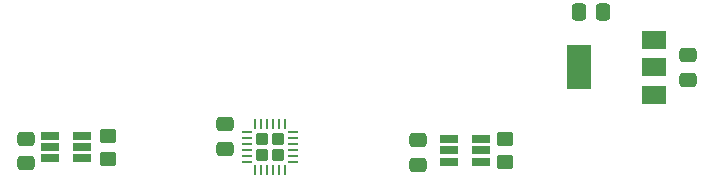
<source format=gtp>
G04 #@! TF.GenerationSoftware,KiCad,Pcbnew,6.0.9-8da3e8f707~116~ubuntu22.04.1*
G04 #@! TF.CreationDate,2022-11-08T11:47:18+01:00*
G04 #@! TF.ProjectId,PCB-lijnvolger,5043422d-6c69-46a6-9e76-6f6c6765722e,1.0*
G04 #@! TF.SameCoordinates,Original*
G04 #@! TF.FileFunction,Paste,Top*
G04 #@! TF.FilePolarity,Positive*
%FSLAX46Y46*%
G04 Gerber Fmt 4.6, Leading zero omitted, Abs format (unit mm)*
G04 Created by KiCad (PCBNEW 6.0.9-8da3e8f707~116~ubuntu22.04.1) date 2022-11-08 11:47:18*
%MOMM*%
%LPD*%
G01*
G04 APERTURE LIST*
G04 Aperture macros list*
%AMRoundRect*
0 Rectangle with rounded corners*
0 $1 Rounding radius*
0 $2 $3 $4 $5 $6 $7 $8 $9 X,Y pos of 4 corners*
0 Add a 4 corners polygon primitive as box body*
4,1,4,$2,$3,$4,$5,$6,$7,$8,$9,$2,$3,0*
0 Add four circle primitives for the rounded corners*
1,1,$1+$1,$2,$3*
1,1,$1+$1,$4,$5*
1,1,$1+$1,$6,$7*
1,1,$1+$1,$8,$9*
0 Add four rect primitives between the rounded corners*
20,1,$1+$1,$2,$3,$4,$5,0*
20,1,$1+$1,$4,$5,$6,$7,0*
20,1,$1+$1,$6,$7,$8,$9,0*
20,1,$1+$1,$8,$9,$2,$3,0*%
G04 Aperture macros list end*
%ADD10R,1.560000X0.650000*%
%ADD11RoundRect,0.250000X0.450000X-0.350000X0.450000X0.350000X-0.450000X0.350000X-0.450000X-0.350000X0*%
%ADD12R,2.000000X1.500000*%
%ADD13R,2.000000X3.800000*%
%ADD14RoundRect,0.250000X-0.275000X-0.275000X0.275000X-0.275000X0.275000X0.275000X-0.275000X0.275000X0*%
%ADD15RoundRect,0.062500X-0.350000X-0.062500X0.350000X-0.062500X0.350000X0.062500X-0.350000X0.062500X0*%
%ADD16RoundRect,0.062500X-0.062500X-0.350000X0.062500X-0.350000X0.062500X0.350000X-0.062500X0.350000X0*%
%ADD17RoundRect,0.250000X0.475000X-0.337500X0.475000X0.337500X-0.475000X0.337500X-0.475000X-0.337500X0*%
%ADD18RoundRect,0.250000X-0.337500X-0.475000X0.337500X-0.475000X0.337500X0.475000X-0.337500X0.475000X0*%
%ADD19RoundRect,0.250000X-0.475000X0.337500X-0.475000X-0.337500X0.475000X-0.337500X0.475000X0.337500X0*%
G04 APERTURE END LIST*
D10*
X144919075Y-92691000D03*
X144919075Y-93641000D03*
X144919075Y-94591000D03*
X147619075Y-94591000D03*
X147619075Y-93641000D03*
X147619075Y-92691000D03*
D11*
X149700000Y-94650000D03*
X149700000Y-92650000D03*
X116050000Y-94400000D03*
X116050000Y-92400000D03*
D12*
X162281000Y-88914000D03*
D13*
X155981000Y-86614000D03*
D12*
X162281000Y-86614000D03*
X162281000Y-84314000D03*
D14*
X130444000Y-92695000D03*
X129144000Y-92695000D03*
X129144000Y-93995000D03*
X130444000Y-93995000D03*
D15*
X127856500Y-92095000D03*
X127856500Y-92595000D03*
X127856500Y-93095000D03*
X127856500Y-93595000D03*
X127856500Y-94095000D03*
X127856500Y-94595000D03*
D16*
X128544000Y-95282500D03*
X129044000Y-95282500D03*
X129544000Y-95282500D03*
X130044000Y-95282500D03*
X130544000Y-95282500D03*
X131044000Y-95282500D03*
D15*
X131731500Y-94595000D03*
X131731500Y-94095000D03*
X131731500Y-93595000D03*
X131731500Y-93095000D03*
X131731500Y-92595000D03*
X131731500Y-92095000D03*
D16*
X131044000Y-91407500D03*
X130544000Y-91407500D03*
X130044000Y-91407500D03*
X129544000Y-91407500D03*
X129044000Y-91407500D03*
X128544000Y-91407500D03*
D17*
X109100000Y-94737500D03*
X109100000Y-92662500D03*
X142300000Y-94837500D03*
X142300000Y-92762500D03*
D10*
X111172000Y-92395000D03*
X111172000Y-93345000D03*
X111172000Y-94295000D03*
X113872000Y-94295000D03*
X113872000Y-93345000D03*
X113872000Y-92395000D03*
D17*
X126000000Y-93500000D03*
X126000000Y-91425000D03*
D18*
X155934500Y-81950000D03*
X158009500Y-81950000D03*
D19*
X165227000Y-85576500D03*
X165227000Y-87651500D03*
M02*

</source>
